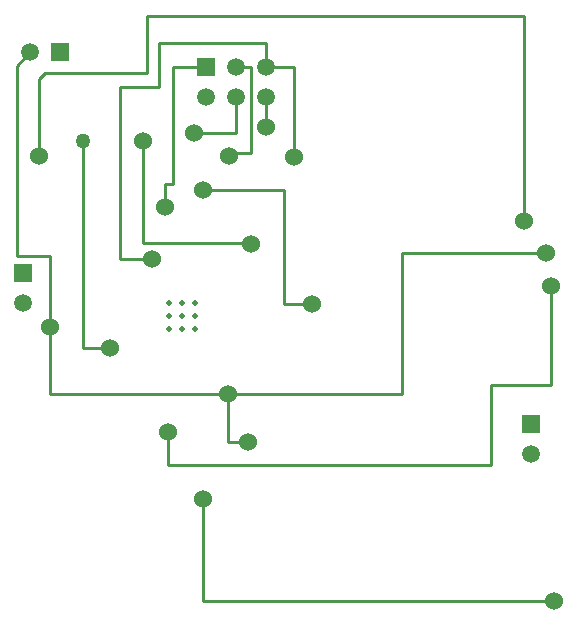
<source format=gbr>
G04 Layer_Physical_Order=2*
G04 Layer_Color=16711680*
%FSLAX26Y26*%
%MOIN*%
%TF.FileFunction,Copper,L2,Bot,Signal*%
%TF.Part,Single*%
G01*
G75*
%TA.AperFunction,Conductor*%
%ADD24C,0.010000*%
%TA.AperFunction,ViaPad*%
%ADD25C,0.060000*%
%TA.AperFunction,ComponentPad*%
%ADD26R,0.059055X0.059055*%
%ADD27C,0.059055*%
%ADD28R,0.059055X0.059055*%
%TA.AperFunction,ViaPad*%
%ADD29C,0.019685*%
%ADD30C,0.050000*%
D24*
X1955000Y2050000D02*
X2050000D01*
X1955000D02*
Y2430000D01*
X1685000D02*
X1955000D01*
X1895000Y2840000D02*
Y2920000D01*
X1540000D02*
X1895000D01*
X1540000Y2775000D02*
Y2920000D01*
X1410000Y2775000D02*
X1540000D01*
X1410000Y2200000D02*
Y2775000D01*
Y2200000D02*
X1515000D01*
X1485000Y2255000D02*
X1845433D01*
X1485000D02*
Y2595000D01*
X1585000Y2840000D02*
X1695000D01*
X1585000Y2450000D02*
Y2840000D01*
X1560000Y2450000D02*
X1585000D01*
X1560000Y2375000D02*
Y2450000D01*
X1175000Y1750000D02*
Y1975000D01*
Y1750000D02*
X1770000D01*
X2350000D01*
Y2221850D01*
X2830000D01*
X1285866Y1905000D02*
X1375000D01*
X1895000Y2640000D02*
Y2740000D01*
X1795000Y2620000D02*
Y2740000D01*
X1655000Y2620000D02*
X1795000D01*
X1774567Y2555000D02*
X1845000D01*
X1795000Y2840000D02*
X1845000D01*
Y2555000D02*
Y2840000D01*
X1774567Y2545000D02*
Y2555000D01*
X1990000Y2540000D02*
Y2840000D01*
X1895000D02*
X1990000D01*
X1845433Y2250000D02*
Y2255000D01*
X2755000Y2328150D02*
Y3010000D01*
X1500000D02*
X2755000D01*
X1500000Y2820000D02*
Y3010000D01*
X1160000Y2820000D02*
X1500000D01*
X1140000Y2800000D02*
X1160000Y2820000D01*
X1140000Y2545000D02*
Y2800000D01*
X1065000Y2844134D02*
X1110866Y2890000D01*
X1065000Y2210000D02*
Y2844134D01*
Y2210000D02*
X1175000D01*
X2845000Y1780000D02*
Y2110000D01*
X2645000Y1780000D02*
X2845000D01*
X2645000Y1515000D02*
Y1780000D01*
X1570000Y1515000D02*
X2645000D01*
X1570000D02*
Y1625000D01*
X1175000Y1975000D02*
Y2210000D01*
X1770000Y1590000D02*
X1835000D01*
X1770000D02*
Y1750000D01*
X1685000Y1060000D02*
X2855000D01*
X1685000D02*
Y1400000D01*
X1285866Y1905000D02*
Y2595000D01*
D25*
X1685000Y2430000D02*
D03*
X2830000Y2221850D02*
D03*
X1895000Y2640000D02*
D03*
X1774567Y2545000D02*
D03*
X1990000Y2540000D02*
D03*
X1140000Y2545000D02*
D03*
X1485000Y2595000D02*
D03*
X1845433Y2250000D02*
D03*
X1655000Y2620000D02*
D03*
X1175000Y1975000D02*
D03*
X1835000Y1590000D02*
D03*
X2855000Y1060000D02*
D03*
X1685000Y1400000D02*
D03*
X1560000Y2375000D02*
D03*
X1515000Y2200000D02*
D03*
X2755000Y2328150D02*
D03*
X1770000Y1750000D02*
D03*
X2845000Y2110000D02*
D03*
X1570000Y1625000D02*
D03*
X1375000Y1905000D02*
D03*
X2050000Y2050000D02*
D03*
D26*
X1085000Y2155000D02*
D03*
X2780000Y1650866D02*
D03*
D27*
X1085000Y2055000D02*
D03*
X1110866Y2890000D02*
D03*
X2780000Y1550866D02*
D03*
X1695000Y2740000D02*
D03*
X1795000Y2840000D02*
D03*
Y2740000D02*
D03*
X1895000Y2840000D02*
D03*
Y2740000D02*
D03*
D28*
X1210866Y2890000D02*
D03*
X1695000Y2840000D02*
D03*
D29*
X1658307Y1966693D02*
D03*
X1615000D02*
D03*
X1571693D02*
D03*
X1658307Y2010000D02*
D03*
X1615000D02*
D03*
X1571693D02*
D03*
X1658307Y2053307D02*
D03*
X1615000D02*
D03*
X1571693D02*
D03*
D30*
X1285866Y2595000D02*
D03*
%TF.MD5,EC7AFC43410B00142B4E6927C5EF2C5E*%
M02*

</source>
